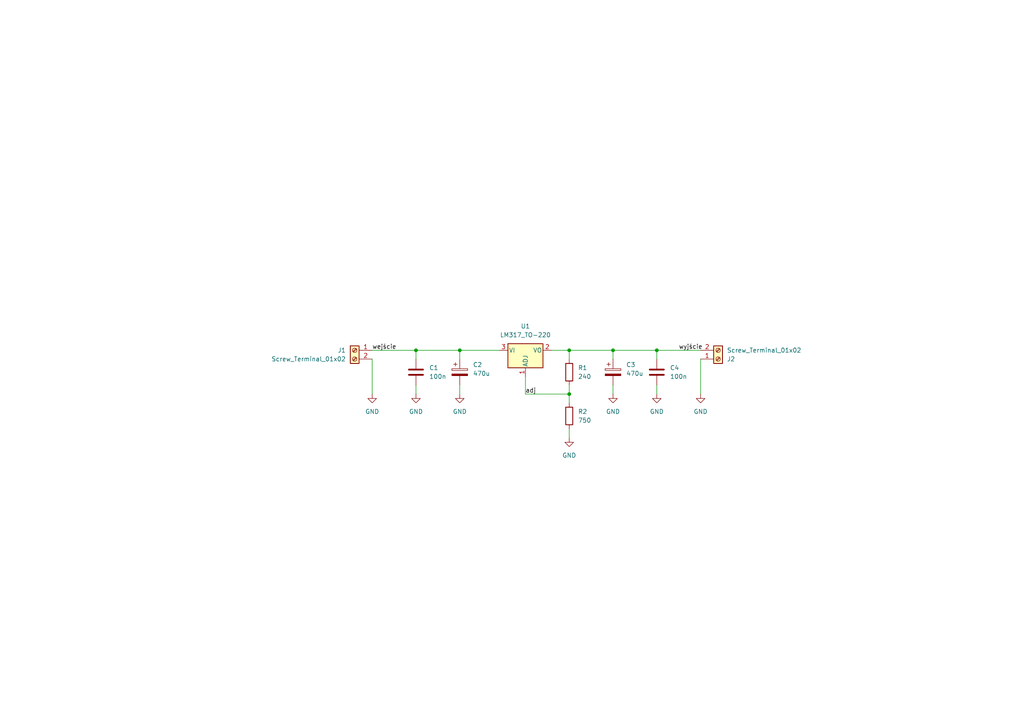
<source format=kicad_sch>
(kicad_sch (version 20230121) (generator eeschema)
  (paper "A4")
  (lib_symbols
    (symbol "Connector:Screw_Terminal_01x02" (pin_names (offset 1.016) hide)
      (property "Reference" "J" (at 0 2.54 0))
      (property "Value" "Screw_Terminal_01x02" (at 0 -5.08 0))
      (symbol "Screw_Terminal_01x02_1_1"
        (rectangle (start -1.27 1.27) (end 1.27 -3.81) (stroke (width 0.254)) (fill (type background)))
        (circle (center 0 -2.54) (radius 0.635) (stroke (width 0.1524)))
        (polyline (pts (xy -0.5334 -2.2098) (xy 0.3302 -3.048)) (stroke (width 0.1524)))
        (polyline (pts (xy -0.5334 0.3302) (xy 0.3302 -0.508)) (stroke (width 0.1524)))
        (polyline (pts (xy -0.3556 -2.032) (xy 0.508 -2.8702)) (stroke (width 0.1524)))
        (polyline (pts (xy -0.3556 0.508) (xy 0.508 -0.3302)) (stroke (width 0.1524)))
        (circle (center 0 0) (radius 0.635) (stroke (width 0.1524)))
        (pin passive line (at -5.08 0 0) (length 3.81) (name "Pin_1") (number "1"))
        (pin passive line (at -5.08 -2.54 0) (length 3.81) (name "Pin_2") (number "2"))
      )
    )
    (symbol "Device:C" (pin_numbers hide) (pin_names (offset 0.254))
      (property "Reference" "C" (at 0.635 2.54 0))
      (property "Value" "C" (at 0.635 -2.54 0))
      (symbol "C_0_1"
        (polyline (pts (xy -2.032 -0.762) (xy 2.032 -0.762)) (stroke (width 0.508)))
        (polyline (pts (xy -2.032 0.762) (xy 2.032 0.762)) (stroke (width 0.508)))
      )
      (symbol "C_1_1"
        (pin passive line (at 0 3.81 270) (length 2.794) (name "~") (number "1"))
        (pin passive line (at 0 -3.81 90) (length 2.794) (name "~") (number "2"))
      )
    )
    (symbol "Device:C_Polarized" (pin_numbers hide) (pin_names (offset 0.254))
      (property "Reference" "C" (at 0.635 2.54 0))
      (property "Value" "C_Polarized" (at 0.635 -2.54 0))
      (symbol "C_Polarized_0_1"
        (rectangle (start -2.286 0.508) (end 2.286 1.016))
        (polyline (pts (xy -1.778 2.286) (xy -0.762 2.286)))
        (polyline (pts (xy -1.27 2.794) (xy -1.27 1.778)))
        (rectangle (start 2.286 -0.508) (end -2.286 -1.016) (fill (type outline)))
      )
      (symbol "C_Polarized_1_1"
        (pin passive line (at 0 3.81 270) (length 2.794) (name "~") (number "1"))
        (pin passive line (at 0 -3.81 90) (length 2.794) (name "~") (number "2"))
      )
    )
    (symbol "Device:R" (pin_numbers hide) (pin_names (offset 0))
      (property "Reference" "R" (at 2.032 0 90))
      (property "Value" "R" (at 0 0 90))
      (symbol "R_0_1"
        (rectangle (start -1.016 -2.54) (end 1.016 2.54) (stroke (width 0.254)))
      )
      (symbol "R_1_1"
        (pin passive line (at 0 3.81 270) (length 1.27) (name "~") (number "1"))
        (pin passive line (at 0 -3.81 90) (length 1.27) (name "~") (number "2"))
      )
    )
    (symbol "Regulator_Linear:LM317_TO-220" (pin_names (offset 0.254))
      (property "Reference" "U" (at -3.81 3.175 0))
      (property "Value" "LM317_TO-220" (at 0 3.175 0))
      (symbol "LM317_TO-220_0_1"
        (rectangle (start -5.08 1.905) (end 5.08 -5.08) (stroke (width 0.254)) (fill (type background)))
      )
      (symbol "LM317_TO-220_1_1"
        (pin input line (at 0 -7.62 90) (length 2.54) (name "ADJ") (number "1"))
        (pin power_out line (at 7.62 0 180) (length 2.54) (name "VO") (number "2"))
        (pin power_in line (at -7.62 0 0) (length 2.54) (name "VI") (number "3"))
      )
    )
    (symbol "power:GND" (power) (pin_names (offset 0))
      (property "Value" "GND" (at 0 -3.81 0))
      (symbol "GND_0_1"
        (polyline (pts (xy 0 0) (xy 0 -1.27) (xy 1.27 -1.27) (xy 0 -2.54) (xy -1.27 -1.27) (xy 0 -1.27)))
      )
      (symbol "GND_1_1"
        (pin power_in line (at 0 0 270) (length 0) hide (name "GND") (number "1"))
      )
    )
  )
  (junction (at 133.35 101.6))
  (junction (at 190.5 101.6))
  (junction (at 120.65 101.6))
  (junction (at 177.8 101.6))
  (junction (at 165.1 101.6))
  (junction (at 165.1 114.3))
  (wire (pts (xy 133.35 101.6) (xy 144.78 101.6)))
  (wire (pts (xy 133.35 101.6) (xy 133.35 104.14)))
  (wire (pts (xy 133.35 101.6) (xy 120.65 101.6)))
  (wire (pts (xy 203.2 104.14) (xy 203.2 114.3)))
  (wire (pts (xy 120.65 111.76) (xy 120.65 114.3)))
  (wire (pts (xy 165.1 101.6) (xy 165.1 104.14)))
  (wire (pts (xy 165.1 114.3) (xy 165.1 116.84)))
  (wire (pts (xy 107.95 101.6) (xy 120.65 101.6)))
  (wire (pts (xy 165.1 111.76) (xy 165.1 114.3)))
  (wire (pts (xy 107.95 104.14) (xy 107.95 114.3)))
  (wire (pts (xy 152.4 114.3) (xy 165.1 114.3)))
  (wire (pts (xy 152.4 109.22) (xy 152.4 114.3)))
  (wire (pts (xy 133.35 111.76) (xy 133.35 114.3)))
  (wire (pts (xy 160.02 101.6) (xy 165.1 101.6)))
  (wire (pts (xy 203.2 101.6) (xy 190.5 101.6)))
  (wire (pts (xy 165.1 101.6) (xy 177.8 101.6)))
  (wire (pts (xy 120.65 101.6) (xy 120.65 104.14)))
  (wire (pts (xy 177.8 101.6) (xy 177.8 104.14)))
  (wire (pts (xy 177.8 101.6) (xy 190.5 101.6)))
  (wire (pts (xy 177.8 111.76) (xy 177.8 114.3)))
  (wire (pts (xy 190.5 101.6) (xy 190.5 104.14)))
  (wire (pts (xy 165.1 124.46) (xy 165.1 127)))
  (wire (pts (xy 190.5 111.76) (xy 190.5 114.3)))
  (label "adj" (at 152.4 114.3 0))
  (label "wyjście" (at 196.85 101.6 0))
  (label "wejście" (at 107.95 101.6 0))
  (symbol (lib_id "power:GND") (at 203.2 114.3 0) (unit 1)
    (property "Reference" "#PWR07" (effects hide))
    (property "Value" "GND" (at 203.2 119.38 0))
  )
  (symbol (lib_id "Device:R") (at 165.1 120.65 0) (unit 1)
    (property "Reference" "R2" (at 167.64 119.38 0) (effects (justify left)))
    (property "Value" "750" (at 167.64 121.92 0) (effects (justify left)))
    (property "Footprint" "Resistor_SMD:R_1206_3216Metric" (effects hide))
  )
  (symbol (lib_id "Device:C") (at 120.65 107.95 0) (unit 1)
    (property "Reference" "C1" (at 124.46 106.68 0) (effects (justify left)))
    (property "Value" "100n" (at 124.46 109.22 0) (effects (justify left)))
    (property "Footprint" "Capacitor_SMD:C_1206_3216Metric" (effects hide))
  )
  (symbol (lib_id "Device:C") (at 190.5 107.95 0) (unit 1)
    (property "Reference" "C4" (at 194.31 106.68 0) (effects (justify left)))
    (property "Value" "100n" (at 194.31 109.22 0) (effects (justify left)))
    (property "Footprint" "Capacitor_SMD:C_1206_3216Metric" (effects hide))
  )
  (symbol (lib_id "power:GND") (at 107.95 114.3 0) (unit 1)
    (property "Reference" "#PWR01" (effects hide))
    (property "Value" "GND" (at 107.95 119.38 0))
  )
  (symbol (lib_id "Regulator_Linear:LM317_TO-220") (at 152.4 101.6 0) (unit 1)
    (property "Reference" "U1" (at 152.4 94.615 0))
    (property "Value" "LM317_TO-220" (at 152.4 97.155 0))
    (property "Footprint" "Package_TO_SOT_THT:TO-220-3_Vertical" (effects hide))
    (property "Datasheet" "http://www.ti.com/lit/ds/symlink/lm317.pdf" (effects hide))
  )
  (symbol (lib_id "Connector:Screw_Terminal_01x02") (at 102.87 101.6 0) (mirror y) (unit 1)
    (property "Reference" "J1" (at 100.33 101.6 0) (effects (justify left)))
    (property "Value" "Screw_Terminal_01x02" (at 100.33 104.14 0) (effects (justify left)))
    (property "Footprint" "TerminalBlock:TerminalBlock_Altech_AK300-2_P5.00mm" (effects hide))
  )
  (symbol (lib_id "Device:C_Polarized") (at 177.8 107.95 0) (unit 1)
    (property "Reference" "C3" (at 181.61 105.791 0) (effects (justify left)))
    (property "Value" "470u" (at 181.61 108.331 0) (effects (justify left)))
    (property "Footprint" "Capacitor_THT:CP_Radial_D6.3mm_P2.50mm" (effects hide))
  )
  (symbol (lib_id "power:GND") (at 120.65 114.3 0) (unit 1)
    (property "Reference" "#PWR02" (effects hide))
    (property "Value" "GND" (at 120.65 119.38 0))
  )
  (symbol (lib_id "power:GND") (at 165.1 127 0) (unit 1)
    (property "Reference" "#PWR04" (effects hide))
    (property "Value" "GND" (at 165.1 132.08 0))
  )
  (symbol (lib_id "power:GND") (at 133.35 114.3 0) (unit 1)
    (property "Reference" "#PWR03" (effects hide))
    (property "Value" "GND" (at 133.35 119.38 0))
  )
  (symbol (lib_id "Connector:Screw_Terminal_01x02") (at 208.28 104.14 0) (mirror x) (unit 1)
    (property "Reference" "J2" (at 210.82 104.14 0) (effects (justify left)))
    (property "Value" "Screw_Terminal_01x02" (at 210.82 101.6 0) (effects (justify left)))
    (property "Footprint" "TerminalBlock:TerminalBlock_Altech_AK300-2_P5.00mm" (effects hide))
  )
  (symbol (lib_id "power:GND") (at 190.5 114.3 0) (unit 1)
    (property "Reference" "#PWR06" (effects hide))
    (property "Value" "GND" (at 190.5 119.38 0))
  )
  (symbol (lib_id "Device:R") (at 165.1 107.95 0) (unit 1)
    (property "Reference" "R1" (at 167.64 106.68 0) (effects (justify left)))
    (property "Value" "240" (at 167.64 109.22 0) (effects (justify left)))
    (property "Footprint" "Resistor_SMD:R_1206_3216Metric" (effects hide))
  )
  (symbol (lib_id "Device:C_Polarized") (at 133.35 107.95 0) (unit 1)
    (property "Reference" "C2" (at 137.16 105.791 0) (effects (justify left)))
    (property "Value" "470u" (at 137.16 108.331 0) (effects (justify left)))
    (property "Footprint" "Capacitor_THT:CP_Radial_D6.3mm_P2.50mm" (effects hide))
  )
  (symbol (lib_id "power:GND") (at 177.8 114.3 0) (unit 1)
    (property "Reference" "#PWR05" (effects hide))
    (property "Value" "GND" (at 177.8 119.38 0))
  )
)
</source>
